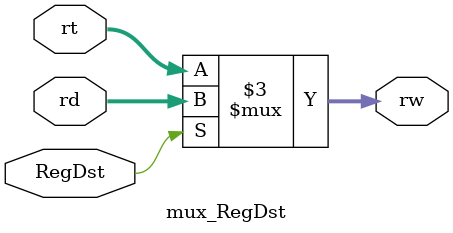
<source format=v>
module mux_RegDst (
    input RegDst,
    input [4:0] rt,rd,
    output reg [4:0] rw
);
    always @(*) begin
        if (RegDst) begin
            rw <= rd;
        end else begin
            rw <= rt;
        end
    end
endmodule
</source>
